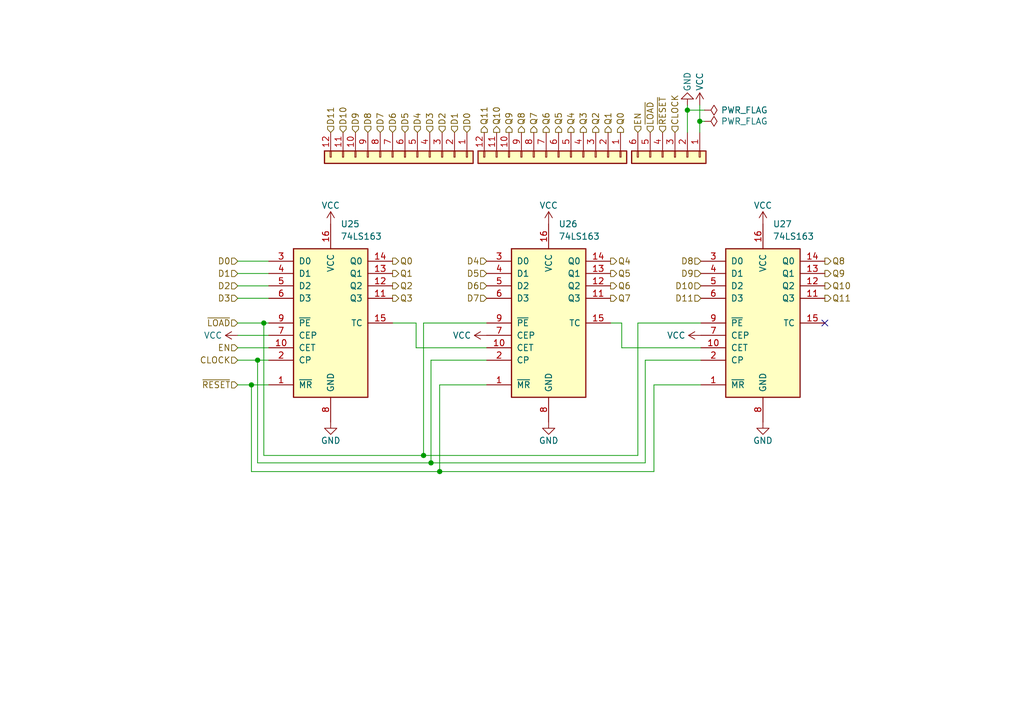
<source format=kicad_sch>
(kicad_sch (version 20211123) (generator eeschema)
  (paper "A5")
  (lib_symbols
    (symbol "74xx:74LS163" (pin_names (offset 1.016))
      (property "Reference" "U" (at -7.62 16.51 0))
      (property "Value" "74LS163" (at -7.62 -16.51 0))
      (symbol "74LS163_1_0"
        (pin input line (at -12.7 -12.7 0) (length 5.08) (name "~{MR}") (number "1"))
        (pin input line (at -12.7 -5.08 0) (length 5.08) (name "CET") (number "10"))
        (pin output line (at 12.7 5.08 180) (length 5.08) (name "Q3") (number "11"))
        (pin output line (at 12.7 7.62 180) (length 5.08) (name "Q2") (number "12"))
        (pin output line (at 12.7 10.16 180) (length 5.08) (name "Q1") (number "13"))
        (pin output line (at 12.7 12.7 180) (length 5.08) (name "Q0") (number "14"))
        (pin output line (at 12.7 0 180) (length 5.08) (name "TC") (number "15"))
        (pin power_in line (at 0 20.32 270) (length 5.08) (name "VCC") (number "16"))
        (pin input line (at -12.7 -7.62 0) (length 5.08) (name "CP") (number "2"))
        (pin input line (at -12.7 12.7 0) (length 5.08) (name "D0") (number "3"))
        (pin input line (at -12.7 10.16 0) (length 5.08) (name "D1") (number "4"))
        (pin input line (at -12.7 7.62 0) (length 5.08) (name "D2") (number "5"))
        (pin input line (at -12.7 5.08 0) (length 5.08) (name "D3") (number "6"))
        (pin input line (at -12.7 -2.54 0) (length 5.08) (name "CEP") (number "7"))
        (pin power_in line (at 0 -20.32 90) (length 5.08) (name "GND") (number "8"))
        (pin input line (at -12.7 0 0) (length 5.08) (name "~{PE}") (number "9"))
      )
      (symbol "74LS163_1_1"
        (rectangle (start -7.62 15.24) (end 7.62 -15.24) (stroke (width 0.254)) (fill (type background)))
      )
    )
    (symbol "Connector_Generic:Conn_01x06" (pin_names (offset 1.016) hide)
      (property "Reference" "J" (at 0 7.62 0))
      (property "Value" "Conn_01x06" (at 0 -10.16 0))
      (symbol "Conn_01x06_1_1"
        (rectangle (start -1.27 -7.493) (end 0 -7.747) (stroke (width 0.1524)))
        (rectangle (start -1.27 -4.953) (end 0 -5.207) (stroke (width 0.1524)))
        (rectangle (start -1.27 -2.413) (end 0 -2.667) (stroke (width 0.1524)))
        (rectangle (start -1.27 0.127) (end 0 -0.127) (stroke (width 0.1524)))
        (rectangle (start -1.27 2.667) (end 0 2.413) (stroke (width 0.1524)))
        (rectangle (start -1.27 5.207) (end 0 4.953) (stroke (width 0.1524)))
        (rectangle (start -1.27 6.35) (end 1.27 -8.89) (stroke (width 0.254)) (fill (type background)))
        (pin passive line (at -5.08 5.08 0) (length 3.81) (name "Pin_1") (number "1"))
        (pin passive line (at -5.08 2.54 0) (length 3.81) (name "Pin_2") (number "2"))
        (pin passive line (at -5.08 0 0) (length 3.81) (name "Pin_3") (number "3"))
        (pin passive line (at -5.08 -2.54 0) (length 3.81) (name "Pin_4") (number "4"))
        (pin passive line (at -5.08 -5.08 0) (length 3.81) (name "Pin_5") (number "5"))
        (pin passive line (at -5.08 -7.62 0) (length 3.81) (name "Pin_6") (number "6"))
      )
    )
    (symbol "Connector_Generic:Conn_01x12" (pin_names (offset 1.016) hide)
      (property "Reference" "J" (at 0 15.24 0))
      (property "Value" "Conn_01x12" (at 0 -17.78 0))
      (symbol "Conn_01x12_1_1"
        (rectangle (start -1.27 -15.113) (end 0 -15.367) (stroke (width 0.1524)))
        (rectangle (start -1.27 -12.573) (end 0 -12.827) (stroke (width 0.1524)))
        (rectangle (start -1.27 -10.033) (end 0 -10.287) (stroke (width 0.1524)))
        (rectangle (start -1.27 -7.493) (end 0 -7.747) (stroke (width 0.1524)))
        (rectangle (start -1.27 -4.953) (end 0 -5.207) (stroke (width 0.1524)))
        (rectangle (start -1.27 -2.413) (end 0 -2.667) (stroke (width 0.1524)))
        (rectangle (start -1.27 0.127) (end 0 -0.127) (stroke (width 0.1524)))
        (rectangle (start -1.27 2.667) (end 0 2.413) (stroke (width 0.1524)))
        (rectangle (start -1.27 5.207) (end 0 4.953) (stroke (width 0.1524)))
        (rectangle (start -1.27 7.747) (end 0 7.493) (stroke (width 0.1524)))
        (rectangle (start -1.27 10.287) (end 0 10.033) (stroke (width 0.1524)))
        (rectangle (start -1.27 12.827) (end 0 12.573) (stroke (width 0.1524)))
        (rectangle (start -1.27 13.97) (end 1.27 -16.51) (stroke (width 0.254)) (fill (type background)))
        (pin passive line (at -5.08 12.7 0) (length 3.81) (name "Pin_1") (number "1"))
        (pin passive line (at -5.08 -10.16 0) (length 3.81) (name "Pin_10") (number "10"))
        (pin passive line (at -5.08 -12.7 0) (length 3.81) (name "Pin_11") (number "11"))
        (pin passive line (at -5.08 -15.24 0) (length 3.81) (name "Pin_12") (number "12"))
        (pin passive line (at -5.08 10.16 0) (length 3.81) (name "Pin_2") (number "2"))
        (pin passive line (at -5.08 7.62 0) (length 3.81) (name "Pin_3") (number "3"))
        (pin passive line (at -5.08 5.08 0) (length 3.81) (name "Pin_4") (number "4"))
        (pin passive line (at -5.08 2.54 0) (length 3.81) (name "Pin_5") (number "5"))
        (pin passive line (at -5.08 0 0) (length 3.81) (name "Pin_6") (number "6"))
        (pin passive line (at -5.08 -2.54 0) (length 3.81) (name "Pin_7") (number "7"))
        (pin passive line (at -5.08 -5.08 0) (length 3.81) (name "Pin_8") (number "8"))
        (pin passive line (at -5.08 -7.62 0) (length 3.81) (name "Pin_9") (number "9"))
      )
    )
    (symbol "power:GND" (power) (pin_names (offset 0))
      (property "Value" "GND" (at 0 -3.81 0))
      (symbol "GND_0_1"
        (polyline (pts (xy 0 0) (xy 0 -1.27) (xy 1.27 -1.27) (xy 0 -2.54) (xy -1.27 -1.27) (xy 0 -1.27)))
      )
      (symbol "GND_1_1"
        (pin power_in line (at 0 0 270) (length 0) hide (name "GND") (number "1"))
      )
    )
    (symbol "power:PWR_FLAG" (power) (pin_numbers hide) (pin_names (offset 0) hide)
      (property "Value" "PWR_FLAG" (at 0 3.81 0))
      (symbol "PWR_FLAG_0_0"
        (pin power_out line (at 0 0 90) (length 0) (name "pwr") (number "1"))
      )
      (symbol "PWR_FLAG_0_1"
        (polyline (pts (xy 0 0) (xy 0 1.27) (xy -1.016 1.905) (xy 0 2.54) (xy 1.016 1.905) (xy 0 1.27)))
      )
    )
    (symbol "power:VCC" (power) (pin_names (offset 0))
      (property "Value" "VCC" (at 0 3.81 0))
      (symbol "VCC_0_1"
        (polyline (pts (xy -0.762 1.27) (xy 0 2.54)))
        (polyline (pts (xy 0 0) (xy 0 2.54)))
        (polyline (pts (xy 0 2.54) (xy 0.762 1.27)))
      )
      (symbol "VCC_1_1"
        (pin power_in line (at 0 0 90) (length 0) hide (name "VCC") (number "1"))
      )
    )
  )
  (junction (at 52.832 73.914))
  (junction (at 88.392 94.996))
  (junction (at 143.51 24.892))
  (junction (at 54.102 66.294))
  (junction (at 140.97 22.606))
  (junction (at 86.868 93.472))
  (junction (at 90.17 96.774))
  (junction (at 51.562 78.994))
  (no_connect (at 169.164 66.294))
  (wire (pts (xy 86.868 93.472) (xy 130.81 93.472)))
  (wire (pts (xy 48.768 56.134) (xy 55.118 56.134)))
  (wire (pts (xy 125.222 66.294) (xy 127.508 66.294)))
  (wire (pts (xy 54.102 66.294) (xy 55.118 66.294)))
  (wire (pts (xy 134.112 78.994) (xy 143.764 78.994)))
  (wire (pts (xy 85.344 66.294) (xy 85.344 71.374)))
  (wire (pts (xy 143.51 21.59) (xy 143.51 24.892)))
  (wire (pts (xy 51.562 96.774) (xy 90.17 96.774)))
  (wire (pts (xy 143.51 24.892) (xy 144.526 24.892)))
  (wire (pts (xy 134.112 96.774) (xy 134.112 78.994)))
  (wire (pts (xy 52.832 94.996) (xy 52.832 73.914)))
  (wire (pts (xy 48.768 71.374) (xy 55.118 71.374)))
  (wire (pts (xy 99.822 73.914) (xy 88.392 73.914)))
  (wire (pts (xy 143.51 24.892) (xy 143.51 27.178)))
  (wire (pts (xy 140.97 21.59) (xy 140.97 22.606)))
  (wire (pts (xy 48.768 73.914) (xy 52.832 73.914)))
  (wire (pts (xy 140.97 22.606) (xy 140.97 27.178)))
  (wire (pts (xy 86.868 66.294) (xy 86.868 93.472)))
  (wire (pts (xy 90.17 96.774) (xy 134.112 96.774)))
  (wire (pts (xy 143.764 73.914) (xy 132.334 73.914)))
  (wire (pts (xy 86.868 93.472) (xy 54.102 93.472)))
  (wire (pts (xy 99.822 66.294) (xy 86.868 66.294)))
  (wire (pts (xy 90.17 78.994) (xy 99.822 78.994)))
  (wire (pts (xy 54.102 93.472) (xy 54.102 66.294)))
  (wire (pts (xy 52.832 73.914) (xy 55.118 73.914)))
  (wire (pts (xy 48.768 66.294) (xy 54.102 66.294)))
  (wire (pts (xy 130.81 66.294) (xy 143.764 66.294)))
  (wire (pts (xy 51.562 78.994) (xy 55.118 78.994)))
  (wire (pts (xy 88.392 94.996) (xy 52.832 94.996)))
  (wire (pts (xy 90.17 96.774) (xy 90.17 78.994)))
  (wire (pts (xy 127.508 71.374) (xy 127.508 66.294)))
  (wire (pts (xy 85.344 71.374) (xy 99.822 71.374)))
  (wire (pts (xy 48.768 61.214) (xy 55.118 61.214)))
  (wire (pts (xy 88.392 73.914) (xy 88.392 94.996)))
  (wire (pts (xy 132.334 73.914) (xy 132.334 94.996)))
  (wire (pts (xy 48.768 53.594) (xy 55.118 53.594)))
  (wire (pts (xy 130.81 66.294) (xy 130.81 93.472)))
  (wire (pts (xy 51.562 78.994) (xy 51.562 96.774)))
  (wire (pts (xy 88.392 94.996) (xy 132.334 94.996)))
  (wire (pts (xy 140.97 22.606) (xy 144.526 22.606)))
  (wire (pts (xy 127.508 71.374) (xy 143.764 71.374)))
  (wire (pts (xy 80.518 66.294) (xy 85.344 66.294)))
  (wire (pts (xy 48.768 68.834) (xy 55.118 68.834)))
  (wire (pts (xy 48.768 58.674) (xy 55.118 58.674)))
  (wire (pts (xy 48.768 78.994) (xy 51.562 78.994)))
  (hierarchical_label "Q10" (shape output) (at 101.854 27.178 90))
  (hierarchical_label "D3" (shape input) (at 48.768 61.214 180))
  (hierarchical_label "Q2" (shape output) (at 80.518 58.674 0))
  (hierarchical_label "D1" (shape input) (at 93.218 27.178 90))
  (hierarchical_label "Q1" (shape output) (at 124.714 27.178 90))
  (hierarchical_label "D5" (shape input) (at 83.058 27.178 90))
  (hierarchical_label "Q3" (shape output) (at 119.634 27.178 90))
  (hierarchical_label "Q5" (shape output) (at 114.554 27.178 90))
  (hierarchical_label "D10" (shape input) (at 70.358 27.178 90))
  (hierarchical_label "D0" (shape input) (at 48.768 53.594 180))
  (hierarchical_label "Q9" (shape output) (at 104.394 27.178 90))
  (hierarchical_label "Q8" (shape output) (at 106.934 27.178 90))
  (hierarchical_label "Q6" (shape output) (at 125.222 58.674 0))
  (hierarchical_label "Q11" (shape output) (at 99.314 27.178 90))
  (hierarchical_label "Q3" (shape output) (at 80.518 61.214 0))
  (hierarchical_label "~{RESET}" (shape input) (at 135.89 27.178 90))
  (hierarchical_label "D11" (shape input) (at 143.764 61.214 180))
  (hierarchical_label "Q11" (shape output) (at 169.164 61.214 0))
  (hierarchical_label "D11" (shape input) (at 67.818 27.178 90))
  (hierarchical_label "Q7" (shape output) (at 125.222 61.214 0))
  (hierarchical_label "Q5" (shape output) (at 125.222 56.134 0))
  (hierarchical_label "EN" (shape input) (at 48.768 71.374 180))
  (hierarchical_label "D2" (shape input) (at 90.678 27.178 90))
  (hierarchical_label "D5" (shape input) (at 99.822 56.134 180))
  (hierarchical_label "Q2" (shape output) (at 122.174 27.178 90))
  (hierarchical_label "Q7" (shape output) (at 109.474 27.178 90))
  (hierarchical_label "D4" (shape input) (at 99.822 53.594 180))
  (hierarchical_label "Q0" (shape output) (at 80.518 53.594 0))
  (hierarchical_label "~{LOAD}" (shape input) (at 133.35 27.178 90))
  (hierarchical_label "D8" (shape input) (at 75.438 27.178 90))
  (hierarchical_label "D4" (shape input) (at 85.598 27.178 90))
  (hierarchical_label "Q1" (shape output) (at 80.518 56.134 0))
  (hierarchical_label "~{RESET}" (shape input) (at 48.768 78.994 180))
  (hierarchical_label "Q9" (shape output) (at 169.164 56.134 0))
  (hierarchical_label "Q4" (shape output) (at 117.094 27.178 90))
  (hierarchical_label "D2" (shape input) (at 48.768 58.674 180))
  (hierarchical_label "D7" (shape input) (at 77.978 27.178 90))
  (hierarchical_label "D9" (shape input) (at 143.764 56.134 180))
  (hierarchical_label "D6" (shape input) (at 80.518 27.178 90))
  (hierarchical_label "D8" (shape input) (at 143.764 53.594 180))
  (hierarchical_label "D0" (shape input) (at 95.758 27.178 90))
  (hierarchical_label "~{LOAD}" (shape input) (at 48.768 66.294 180))
  (hierarchical_label "D10" (shape input) (at 143.764 58.674 180))
  (hierarchical_label "Q10" (shape output) (at 169.164 58.674 0))
  (hierarchical_label "Q6" (shape output) (at 112.014 27.178 90))
  (hierarchical_label "D9" (shape input) (at 72.898 27.178 90))
  (hierarchical_label "Q4" (shape output) (at 125.222 53.594 0))
  (hierarchical_label "D7" (shape input) (at 99.822 61.214 180))
  (hierarchical_label "Q8" (shape output) (at 169.164 53.594 0))
  (hierarchical_label "D6" (shape input) (at 99.822 58.674 180))
  (hierarchical_label "Q0" (shape output) (at 127.254 27.178 90))
  (hierarchical_label "CLOCK" (shape input) (at 138.43 27.178 90))
  (hierarchical_label "EN" (shape input) (at 130.81 27.178 90))
  (hierarchical_label "D3" (shape input) (at 88.138 27.178 90))
  (hierarchical_label "CLOCK" (shape input) (at 48.768 73.914 180))
  (hierarchical_label "D1" (shape input) (at 48.768 56.134 180))
  (symbol (lib_id "power:PWR_FLAG") (at 144.526 22.606 270) (unit 1)
    (property "Reference" "#FLG023" (effects hide))
    (property "Value" "PWR_FLAG" (at 147.828 22.6059 90) (effects (justify left)))
  )
  (symbol (lib_id "74xx:74LS163") (at 112.522 66.294 0) (unit 1)
    (property "Reference" "U26" (at 114.5414 45.974 0) (effects (justify left)))
    (property "Value" "74LS163" (at 114.5414 48.514 0) (effects (justify left)))
    (property "Footprint" "Package_SO:TSSOP-14_4.4x5mm_P0.65mm" (effects hide))
    (property "Datasheet" "http://www.ti.com/lit/gpn/sn74LS163" (effects hide))
  )
  (symbol (lib_id "power:VCC") (at 143.51 21.59 0) (unit 1)
    (property "Reference" "#PWR0184" (effects hide))
    (property "Value" "VCC" (at 143.51 16.764 90))
  )
  (symbol (lib_id "power:VCC") (at 99.822 68.834 90) (unit 1)
    (property "Reference" "#PWR0180" (effects hide))
    (property "Value" "VCC" (at 94.742 68.834 90))
  )
  (symbol (lib_id "Connector_Generic:Conn_01x12") (at 83.058 32.258 270) (unit 1)
    (property "Reference" "J25" (effects hide))
    (property "Value" "Conn_01x12" (effects hide))
    (property "Footprint" "Connector_PinHeader_2.54mm:PinHeader_1x12_P2.54mm_Vertical" (effects hide))
  )
  (symbol (lib_id "power:GND") (at 112.522 86.614 0) (unit 1)
    (property "Reference" "#PWR0182" (effects hide))
    (property "Value" "GND" (at 112.522 90.424 0))
  )
  (symbol (lib_id "power:GND") (at 67.818 86.614 0) (unit 1)
    (property "Reference" "#PWR0179" (effects hide))
    (property "Value" "GND" (at 67.818 90.424 0))
  )
  (symbol (lib_id "power:VCC") (at 112.522 45.974 0) (unit 1)
    (property "Reference" "#PWR0181" (effects hide))
    (property "Value" "VCC" (at 112.522 42.164 0))
  )
  (symbol (lib_id "power:PWR_FLAG") (at 144.526 24.892 270) (unit 1)
    (property "Reference" "#FLG024" (effects hide))
    (property "Value" "PWR_FLAG" (at 147.828 24.8919 90) (effects (justify left)))
  )
  (symbol (lib_id "Connector_Generic:Conn_01x12") (at 114.554 32.258 270) (unit 1)
    (property "Reference" "J26" (effects hide))
    (property "Value" "Conn_01x12" (effects hide))
    (property "Footprint" "Connector_PinHeader_2.54mm:PinHeader_1x12_P2.54mm_Vertical" (effects hide))
  )
  (symbol (lib_id "power:VCC") (at 67.818 45.974 0) (unit 1)
    (property "Reference" "#PWR0178" (effects hide))
    (property "Value" "VCC" (at 67.818 42.164 0))
  )
  (symbol (lib_id "power:VCC") (at 48.768 68.834 90) (unit 1)
    (property "Reference" "#PWR0177" (effects hide))
    (property "Value" "VCC" (at 43.688 68.834 90))
  )
  (symbol (lib_id "74xx:74LS163") (at 156.464 66.294 0) (unit 1)
    (property "Reference" "U27" (at 158.4834 45.974 0) (effects (justify left)))
    (property "Value" "74LS163" (at 158.4834 48.514 0) (effects (justify left)))
    (property "Footprint" "Package_SO:TSSOP-14_4.4x5mm_P0.65mm" (effects hide))
    (property "Datasheet" "http://www.ti.com/lit/gpn/sn74LS163" (effects hide))
  )
  (symbol (lib_id "power:VCC") (at 156.464 45.974 0) (unit 1)
    (property "Reference" "#PWR0186" (effects hide))
    (property "Value" "VCC" (at 156.464 42.164 0))
  )
  (symbol (lib_id "power:GND") (at 140.97 21.59 180) (unit 1)
    (property "Reference" "#PWR0183" (effects hide))
    (property "Value" "GND" (at 140.97 16.764 90))
  )
  (symbol (lib_id "power:VCC") (at 143.764 68.834 90) (unit 1)
    (property "Reference" "#PWR0185" (effects hide))
    (property "Value" "VCC" (at 138.684 68.834 90))
  )
  (symbol (lib_id "Connector_Generic:Conn_01x06") (at 138.43 32.258 270) (unit 1)
    (property "Reference" "J27" (effects hide))
    (property "Value" "Conn_01x06" (effects hide))
    (property "Footprint" "Connector_PinHeader_2.54mm:PinHeader_1x06_P2.54mm_Vertical" (effects hide))
  )
  (symbol (lib_id "power:GND") (at 156.464 86.614 0) (unit 1)
    (property "Reference" "#PWR0187" (effects hide))
    (property "Value" "GND" (at 156.464 90.424 0))
  )
  (symbol (lib_id "74xx:74LS163") (at 67.818 66.294 0) (unit 1)
    (property "Reference" "U25" (at 69.8374 45.974 0) (effects (justify left)))
    (property "Value" "74LS163" (at 69.8374 48.514 0) (effects (justify left)))
    (property "Footprint" "Package_SO:TSSOP-14_4.4x5mm_P0.65mm" (effects hide))
    (property "Datasheet" "http://www.ti.com/lit/gpn/sn74LS163" (effects hide))
  )
)
</source>
